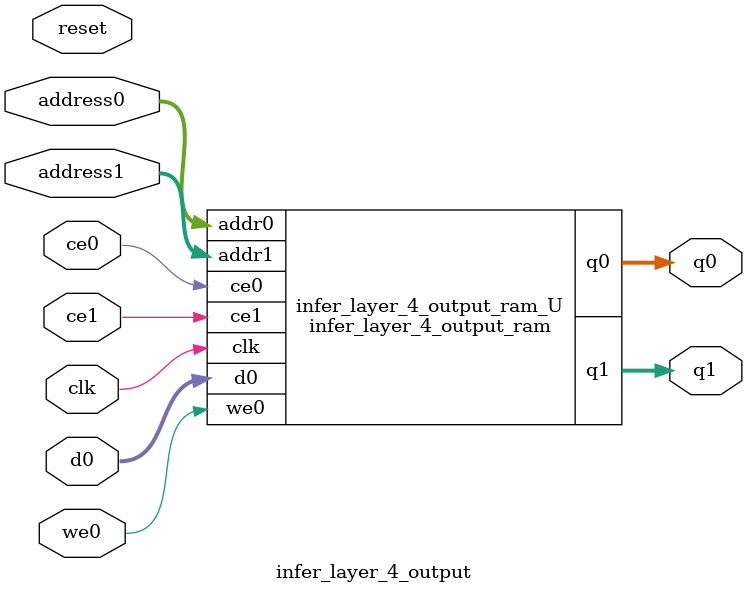
<source format=v>
`timescale 1 ns / 1 ps
module infer_layer_4_output_ram (addr0, ce0, d0, we0, q0, addr1, ce1, q1,  clk);

parameter DWIDTH = 32;
parameter AWIDTH = 15;
parameter MEM_SIZE = 23328;

input[AWIDTH-1:0] addr0;
input ce0;
input[DWIDTH-1:0] d0;
input we0;
output reg[DWIDTH-1:0] q0;
input[AWIDTH-1:0] addr1;
input ce1;
output reg[DWIDTH-1:0] q1;
input clk;

reg [DWIDTH-1:0] ram[0:MEM_SIZE-1];




always @(posedge clk)  
begin 
    if (ce0) begin
        if (we0) 
            ram[addr0] <= d0; 
        q0 <= ram[addr0];
    end
end


always @(posedge clk)  
begin 
    if (ce1) begin
        q1 <= ram[addr1];
    end
end


endmodule

`timescale 1 ns / 1 ps
module infer_layer_4_output(
    reset,
    clk,
    address0,
    ce0,
    we0,
    d0,
    q0,
    address1,
    ce1,
    q1);

parameter DataWidth = 32'd32;
parameter AddressRange = 32'd23328;
parameter AddressWidth = 32'd15;
input reset;
input clk;
input[AddressWidth - 1:0] address0;
input ce0;
input we0;
input[DataWidth - 1:0] d0;
output[DataWidth - 1:0] q0;
input[AddressWidth - 1:0] address1;
input ce1;
output[DataWidth - 1:0] q1;



infer_layer_4_output_ram infer_layer_4_output_ram_U(
    .clk( clk ),
    .addr0( address0 ),
    .ce0( ce0 ),
    .we0( we0 ),
    .d0( d0 ),
    .q0( q0 ),
    .addr1( address1 ),
    .ce1( ce1 ),
    .q1( q1 ));

endmodule


</source>
